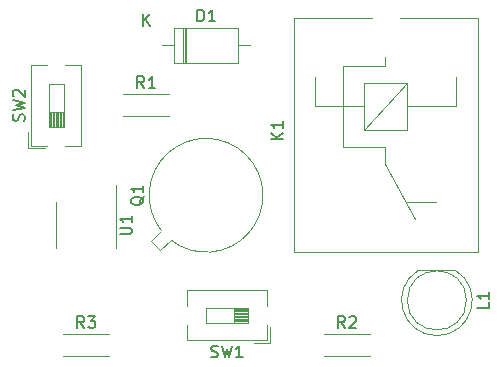
<source format=gbr>
%TF.GenerationSoftware,KiCad,Pcbnew,(6.0.4)*%
%TF.CreationDate,2022-05-29T18:16:18+05:30*%
%TF.ProjectId,TOUCH ON AND OFF SWTICH CIRCUIT,544f5543-4820-44f4-9e20-414e44204f46,rev?*%
%TF.SameCoordinates,Original*%
%TF.FileFunction,Legend,Top*%
%TF.FilePolarity,Positive*%
%FSLAX46Y46*%
G04 Gerber Fmt 4.6, Leading zero omitted, Abs format (unit mm)*
G04 Created by KiCad (PCBNEW (6.0.4)) date 2022-05-29 18:16:18*
%MOMM*%
%LPD*%
G01*
G04 APERTURE LIST*
%ADD10C,0.150000*%
%ADD11C,0.120000*%
G04 APERTURE END LIST*
D10*
%TO.C,K1*%
X50447380Y-30818095D02*
X49447380Y-30818095D01*
X50447380Y-30246666D02*
X49875952Y-30675238D01*
X49447380Y-30246666D02*
X50018809Y-30818095D01*
X50447380Y-29294285D02*
X50447380Y-29865714D01*
X50447380Y-29580000D02*
X49447380Y-29580000D01*
X49590238Y-29675238D01*
X49685476Y-29770476D01*
X49733095Y-29865714D01*
%TO.C,Q1*%
X38682619Y-35655238D02*
X38635000Y-35750476D01*
X38539761Y-35845714D01*
X38396904Y-35988571D01*
X38349285Y-36083809D01*
X38349285Y-36179047D01*
X38587380Y-36131428D02*
X38539761Y-36226666D01*
X38444523Y-36321904D01*
X38254047Y-36369523D01*
X37920714Y-36369523D01*
X37730238Y-36321904D01*
X37635000Y-36226666D01*
X37587380Y-36131428D01*
X37587380Y-35940952D01*
X37635000Y-35845714D01*
X37730238Y-35750476D01*
X37920714Y-35702857D01*
X38254047Y-35702857D01*
X38444523Y-35750476D01*
X38539761Y-35845714D01*
X38587380Y-35940952D01*
X38587380Y-36131428D01*
X38587380Y-34750476D02*
X38587380Y-35321904D01*
X38587380Y-35036190D02*
X37587380Y-35036190D01*
X37730238Y-35131428D01*
X37825476Y-35226666D01*
X37873095Y-35321904D01*
%TO.C,R3*%
X33628333Y-46792380D02*
X33295000Y-46316190D01*
X33056904Y-46792380D02*
X33056904Y-45792380D01*
X33437857Y-45792380D01*
X33533095Y-45840000D01*
X33580714Y-45887619D01*
X33628333Y-45982857D01*
X33628333Y-46125714D01*
X33580714Y-46220952D01*
X33533095Y-46268571D01*
X33437857Y-46316190D01*
X33056904Y-46316190D01*
X33961666Y-45792380D02*
X34580714Y-45792380D01*
X34247380Y-46173333D01*
X34390238Y-46173333D01*
X34485476Y-46220952D01*
X34533095Y-46268571D01*
X34580714Y-46363809D01*
X34580714Y-46601904D01*
X34533095Y-46697142D01*
X34485476Y-46744761D01*
X34390238Y-46792380D01*
X34104523Y-46792380D01*
X34009285Y-46744761D01*
X33961666Y-46697142D01*
%TO.C,R1*%
X38708333Y-26472380D02*
X38375000Y-25996190D01*
X38136904Y-26472380D02*
X38136904Y-25472380D01*
X38517857Y-25472380D01*
X38613095Y-25520000D01*
X38660714Y-25567619D01*
X38708333Y-25662857D01*
X38708333Y-25805714D01*
X38660714Y-25900952D01*
X38613095Y-25948571D01*
X38517857Y-25996190D01*
X38136904Y-25996190D01*
X39660714Y-26472380D02*
X39089285Y-26472380D01*
X39375000Y-26472380D02*
X39375000Y-25472380D01*
X39279761Y-25615238D01*
X39184523Y-25710476D01*
X39089285Y-25758095D01*
%TO.C,L1*%
X67912380Y-44616666D02*
X67912380Y-45092857D01*
X66912380Y-45092857D01*
X67912380Y-43759523D02*
X67912380Y-44330952D01*
X67912380Y-44045238D02*
X66912380Y-44045238D01*
X67055238Y-44140476D01*
X67150476Y-44235714D01*
X67198095Y-44330952D01*
%TO.C,SW1*%
X44386666Y-49234761D02*
X44529523Y-49282380D01*
X44767619Y-49282380D01*
X44862857Y-49234761D01*
X44910476Y-49187142D01*
X44958095Y-49091904D01*
X44958095Y-48996666D01*
X44910476Y-48901428D01*
X44862857Y-48853809D01*
X44767619Y-48806190D01*
X44577142Y-48758571D01*
X44481904Y-48710952D01*
X44434285Y-48663333D01*
X44386666Y-48568095D01*
X44386666Y-48472857D01*
X44434285Y-48377619D01*
X44481904Y-48330000D01*
X44577142Y-48282380D01*
X44815238Y-48282380D01*
X44958095Y-48330000D01*
X45291428Y-48282380D02*
X45529523Y-49282380D01*
X45720000Y-48568095D01*
X45910476Y-49282380D01*
X46148571Y-48282380D01*
X47053333Y-49282380D02*
X46481904Y-49282380D01*
X46767619Y-49282380D02*
X46767619Y-48282380D01*
X46672380Y-48425238D01*
X46577142Y-48520476D01*
X46481904Y-48568095D01*
%TO.C,D1*%
X43216904Y-20842380D02*
X43216904Y-19842380D01*
X43455000Y-19842380D01*
X43597857Y-19890000D01*
X43693095Y-19985238D01*
X43740714Y-20080476D01*
X43788333Y-20270952D01*
X43788333Y-20413809D01*
X43740714Y-20604285D01*
X43693095Y-20699523D01*
X43597857Y-20794761D01*
X43455000Y-20842380D01*
X43216904Y-20842380D01*
X44740714Y-20842380D02*
X44169285Y-20842380D01*
X44455000Y-20842380D02*
X44455000Y-19842380D01*
X44359761Y-19985238D01*
X44264523Y-20080476D01*
X44169285Y-20128095D01*
X38613095Y-21212380D02*
X38613095Y-20212380D01*
X39184523Y-21212380D02*
X38755952Y-20640952D01*
X39184523Y-20212380D02*
X38613095Y-20783809D01*
%TO.C,SW2*%
X28549761Y-29273333D02*
X28597380Y-29130476D01*
X28597380Y-28892380D01*
X28549761Y-28797142D01*
X28502142Y-28749523D01*
X28406904Y-28701904D01*
X28311666Y-28701904D01*
X28216428Y-28749523D01*
X28168809Y-28797142D01*
X28121190Y-28892380D01*
X28073571Y-29082857D01*
X28025952Y-29178095D01*
X27978333Y-29225714D01*
X27883095Y-29273333D01*
X27787857Y-29273333D01*
X27692619Y-29225714D01*
X27645000Y-29178095D01*
X27597380Y-29082857D01*
X27597380Y-28844761D01*
X27645000Y-28701904D01*
X27597380Y-28368571D02*
X28597380Y-28130476D01*
X27883095Y-27940000D01*
X28597380Y-27749523D01*
X27597380Y-27511428D01*
X27692619Y-27178095D02*
X27645000Y-27130476D01*
X27597380Y-27035238D01*
X27597380Y-26797142D01*
X27645000Y-26701904D01*
X27692619Y-26654285D01*
X27787857Y-26606666D01*
X27883095Y-26606666D01*
X28025952Y-26654285D01*
X28597380Y-27225714D01*
X28597380Y-26606666D01*
%TO.C,R2*%
X55713333Y-46792380D02*
X55380000Y-46316190D01*
X55141904Y-46792380D02*
X55141904Y-45792380D01*
X55522857Y-45792380D01*
X55618095Y-45840000D01*
X55665714Y-45887619D01*
X55713333Y-45982857D01*
X55713333Y-46125714D01*
X55665714Y-46220952D01*
X55618095Y-46268571D01*
X55522857Y-46316190D01*
X55141904Y-46316190D01*
X56094285Y-45887619D02*
X56141904Y-45840000D01*
X56237142Y-45792380D01*
X56475238Y-45792380D01*
X56570476Y-45840000D01*
X56618095Y-45887619D01*
X56665714Y-45982857D01*
X56665714Y-46078095D01*
X56618095Y-46220952D01*
X56046666Y-46792380D01*
X56665714Y-46792380D01*
%TO.C,U1*%
X36647380Y-38861904D02*
X37456904Y-38861904D01*
X37552142Y-38814285D01*
X37599761Y-38766666D01*
X37647380Y-38671428D01*
X37647380Y-38480952D01*
X37599761Y-38385714D01*
X37552142Y-38338095D01*
X37456904Y-38290476D01*
X36647380Y-38290476D01*
X37647380Y-37290476D02*
X37647380Y-37861904D01*
X37647380Y-37576190D02*
X36647380Y-37576190D01*
X36790238Y-37671428D01*
X36885476Y-37766666D01*
X36933095Y-37861904D01*
D11*
%TO.C,K1*%
X57345000Y-28030000D02*
X53145000Y-28030000D01*
X59145000Y-24630000D02*
X55545000Y-24630000D01*
X66995000Y-40380000D02*
X51395000Y-40380000D01*
X57995000Y-20580000D02*
X51395000Y-20580000D01*
X57345000Y-26030000D02*
X60945000Y-26030000D01*
X59145000Y-31430000D02*
X59145000Y-32930000D01*
X51395000Y-40380000D02*
X51395000Y-20580000D01*
X53145000Y-25530000D02*
X53145000Y-28030000D01*
X59145000Y-31430000D02*
X55545000Y-31430000D01*
X57345000Y-30030000D02*
X60945000Y-26030000D01*
X59145000Y-32930000D02*
X61645000Y-37530000D01*
X59145000Y-24630000D02*
X59145000Y-23830000D01*
X55545000Y-31430000D02*
X55545000Y-24630000D01*
X66995000Y-20580000D02*
X66995000Y-40380000D01*
X63395000Y-36130000D02*
X60895000Y-36130000D01*
X65145000Y-28030000D02*
X60945000Y-28030000D01*
X66995000Y-20580000D02*
X60395000Y-20580000D01*
X60945000Y-30030000D02*
X57345000Y-30030000D01*
X60945000Y-26030000D02*
X60945000Y-30030000D01*
X57345000Y-30030000D02*
X57345000Y-26030000D01*
X65145000Y-28030000D02*
X65145000Y-25530000D01*
%TO.C,Q1*%
X39289144Y-39448039D02*
X40066961Y-40225856D01*
X40066961Y-40225856D02*
X40957916Y-39334902D01*
X40180098Y-38557084D02*
X39289144Y-39448039D01*
X40957629Y-39334674D02*
G75*
G03*
X40180098Y-38557084I2997371J3774674D01*
G01*
%TO.C,R3*%
X31875000Y-47340000D02*
X35715000Y-47340000D01*
X31875000Y-49180000D02*
X35715000Y-49180000D01*
%TO.C,R1*%
X36955000Y-28860000D02*
X40795000Y-28860000D01*
X36955000Y-27020000D02*
X40795000Y-27020000D01*
%TO.C,L1*%
X65045000Y-41890000D02*
X61955000Y-41890000D01*
X63499538Y-47440000D02*
G75*
G03*
X65044830Y-41890000I462J2990000D01*
G01*
X61955170Y-41890000D02*
G75*
G03*
X63500462Y-47440000I1544830J-2560000D01*
G01*
X66000000Y-44450000D02*
G75*
G03*
X66000000Y-44450000I-2500000J0D01*
G01*
%TO.C,SW1*%
X49130000Y-43610000D02*
X42310000Y-43610000D01*
X47530000Y-45395000D02*
X46323333Y-45395000D01*
X49370000Y-48070000D02*
X49370000Y-46687000D01*
X43910000Y-45085000D02*
X43910000Y-46355000D01*
X47530000Y-46355000D02*
X47530000Y-45085000D01*
X47530000Y-46115000D02*
X46323333Y-46115000D01*
X47530000Y-45995000D02*
X46323333Y-45995000D01*
X47530000Y-45515000D02*
X46323333Y-45515000D01*
X49130000Y-44920000D02*
X49130000Y-43610000D01*
X42310000Y-47830000D02*
X42310000Y-46520000D01*
X42310000Y-44920000D02*
X42310000Y-43610000D01*
X47530000Y-46235000D02*
X46323333Y-46235000D01*
X47530000Y-45755000D02*
X46323333Y-45755000D01*
X49370000Y-48070000D02*
X47987000Y-48070000D01*
X49130000Y-47830000D02*
X49130000Y-46520000D01*
X47530000Y-45155000D02*
X46323333Y-45155000D01*
X47530000Y-45875000D02*
X46323333Y-45875000D01*
X49130000Y-47830000D02*
X42310000Y-47830000D01*
X47530000Y-45635000D02*
X46323333Y-45635000D01*
X43910000Y-46355000D02*
X47530000Y-46355000D01*
X47530000Y-45085000D02*
X43910000Y-45085000D01*
X46323333Y-46355000D02*
X46323333Y-45085000D01*
X47530000Y-45275000D02*
X46323333Y-45275000D01*
%TO.C,D1*%
X42255000Y-21390000D02*
X42255000Y-24330000D01*
X42015000Y-21390000D02*
X42015000Y-24330000D01*
X46675000Y-24330000D02*
X46675000Y-21390000D01*
X41235000Y-24330000D02*
X46675000Y-24330000D01*
X42135000Y-21390000D02*
X42135000Y-24330000D01*
X40215000Y-22860000D02*
X41235000Y-22860000D01*
X41235000Y-21390000D02*
X41235000Y-24330000D01*
X46675000Y-21390000D02*
X41235000Y-21390000D01*
X47695000Y-22860000D02*
X46675000Y-22860000D01*
%TO.C,SW2*%
X31460000Y-29750000D02*
X31460000Y-28543333D01*
X31890000Y-29750000D02*
X31890000Y-26130000D01*
X30620000Y-28543333D02*
X31890000Y-28543333D01*
X31890000Y-26130000D02*
X30620000Y-26130000D01*
X30740000Y-29750000D02*
X30740000Y-28543333D01*
X28905000Y-31590000D02*
X30288000Y-31590000D01*
X29145000Y-31350000D02*
X30455000Y-31350000D01*
X30860000Y-29750000D02*
X30860000Y-28543333D01*
X33365000Y-31350000D02*
X33365000Y-24530000D01*
X30620000Y-29750000D02*
X31890000Y-29750000D01*
X31340000Y-29750000D02*
X31340000Y-28543333D01*
X32055000Y-24530000D02*
X33365000Y-24530000D01*
X31100000Y-29750000D02*
X31100000Y-28543333D01*
X29145000Y-31350000D02*
X29145000Y-24530000D01*
X32055000Y-31350000D02*
X33365000Y-31350000D01*
X30980000Y-29750000D02*
X30980000Y-28543333D01*
X30620000Y-26130000D02*
X30620000Y-29750000D01*
X31820000Y-29750000D02*
X31820000Y-28543333D01*
X28905000Y-31590000D02*
X28905000Y-30207000D01*
X31580000Y-29750000D02*
X31580000Y-28543333D01*
X29145000Y-24530000D02*
X30455000Y-24530000D01*
X31220000Y-29750000D02*
X31220000Y-28543333D01*
X31700000Y-29750000D02*
X31700000Y-28543333D01*
%TO.C,R2*%
X53960000Y-47340000D02*
X57800000Y-47340000D01*
X53960000Y-49180000D02*
X57800000Y-49180000D01*
%TO.C,U1*%
X31235000Y-38100000D02*
X31235000Y-40050000D01*
X36355000Y-38100000D02*
X36355000Y-40050000D01*
X36355000Y-38100000D02*
X36355000Y-34650000D01*
X31235000Y-38100000D02*
X31235000Y-36150000D01*
%TD*%
M02*

</source>
